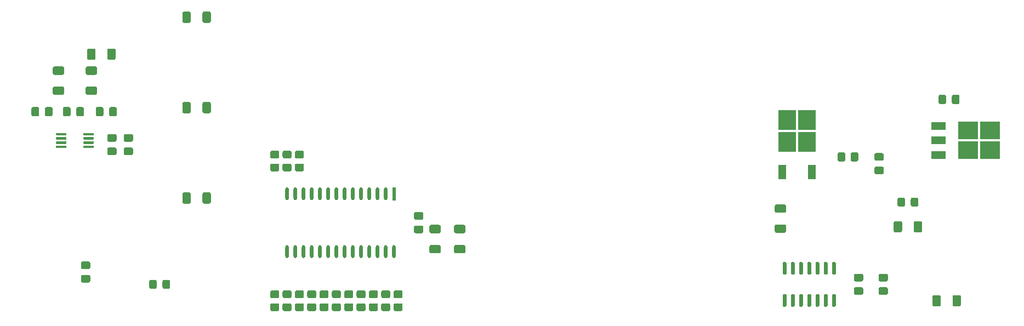
<source format=gbr>
%TF.GenerationSoftware,KiCad,Pcbnew,(5.1.9)-1*%
%TF.CreationDate,2021-09-06T15:07:46-04:00*%
%TF.ProjectId,PCB Heater,50434220-4865-4617-9465-722e6b696361,rev?*%
%TF.SameCoordinates,Original*%
%TF.FileFunction,Paste,Top*%
%TF.FilePolarity,Positive*%
%FSLAX46Y46*%
G04 Gerber Fmt 4.6, Leading zero omitted, Abs format (unit mm)*
G04 Created by KiCad (PCBNEW (5.1.9)-1) date 2021-09-06 15:07:46*
%MOMM*%
%LPD*%
G01*
G04 APERTURE LIST*
%ADD10R,2.750000X3.050000*%
%ADD11R,1.200000X2.200000*%
%ADD12R,0.541585X2.002791*%
%ADD13R,3.050000X2.750000*%
%ADD14R,2.200000X1.200000*%
G04 APERTURE END LIST*
%TO.C,U1*%
G36*
G01*
X178285000Y-95480000D02*
X178585000Y-95480000D01*
G75*
G02*
X178735000Y-95630000I0J-150000D01*
G01*
X178735000Y-97280000D01*
G75*
G02*
X178585000Y-97430000I-150000J0D01*
G01*
X178285000Y-97430000D01*
G75*
G02*
X178135000Y-97280000I0J150000D01*
G01*
X178135000Y-95630000D01*
G75*
G02*
X178285000Y-95480000I150000J0D01*
G01*
G37*
G36*
G01*
X177015000Y-95480000D02*
X177315000Y-95480000D01*
G75*
G02*
X177465000Y-95630000I0J-150000D01*
G01*
X177465000Y-97280000D01*
G75*
G02*
X177315000Y-97430000I-150000J0D01*
G01*
X177015000Y-97430000D01*
G75*
G02*
X176865000Y-97280000I0J150000D01*
G01*
X176865000Y-95630000D01*
G75*
G02*
X177015000Y-95480000I150000J0D01*
G01*
G37*
G36*
G01*
X175745000Y-95480000D02*
X176045000Y-95480000D01*
G75*
G02*
X176195000Y-95630000I0J-150000D01*
G01*
X176195000Y-97280000D01*
G75*
G02*
X176045000Y-97430000I-150000J0D01*
G01*
X175745000Y-97430000D01*
G75*
G02*
X175595000Y-97280000I0J150000D01*
G01*
X175595000Y-95630000D01*
G75*
G02*
X175745000Y-95480000I150000J0D01*
G01*
G37*
G36*
G01*
X174475000Y-95480000D02*
X174775000Y-95480000D01*
G75*
G02*
X174925000Y-95630000I0J-150000D01*
G01*
X174925000Y-97280000D01*
G75*
G02*
X174775000Y-97430000I-150000J0D01*
G01*
X174475000Y-97430000D01*
G75*
G02*
X174325000Y-97280000I0J150000D01*
G01*
X174325000Y-95630000D01*
G75*
G02*
X174475000Y-95480000I150000J0D01*
G01*
G37*
G36*
G01*
X173205000Y-95480000D02*
X173505000Y-95480000D01*
G75*
G02*
X173655000Y-95630000I0J-150000D01*
G01*
X173655000Y-97280000D01*
G75*
G02*
X173505000Y-97430000I-150000J0D01*
G01*
X173205000Y-97430000D01*
G75*
G02*
X173055000Y-97280000I0J150000D01*
G01*
X173055000Y-95630000D01*
G75*
G02*
X173205000Y-95480000I150000J0D01*
G01*
G37*
G36*
G01*
X171935000Y-95480000D02*
X172235000Y-95480000D01*
G75*
G02*
X172385000Y-95630000I0J-150000D01*
G01*
X172385000Y-97280000D01*
G75*
G02*
X172235000Y-97430000I-150000J0D01*
G01*
X171935000Y-97430000D01*
G75*
G02*
X171785000Y-97280000I0J150000D01*
G01*
X171785000Y-95630000D01*
G75*
G02*
X171935000Y-95480000I150000J0D01*
G01*
G37*
G36*
G01*
X170665000Y-95480000D02*
X170965000Y-95480000D01*
G75*
G02*
X171115000Y-95630000I0J-150000D01*
G01*
X171115000Y-97280000D01*
G75*
G02*
X170965000Y-97430000I-150000J0D01*
G01*
X170665000Y-97430000D01*
G75*
G02*
X170515000Y-97280000I0J150000D01*
G01*
X170515000Y-95630000D01*
G75*
G02*
X170665000Y-95480000I150000J0D01*
G01*
G37*
G36*
G01*
X170665000Y-90530000D02*
X170965000Y-90530000D01*
G75*
G02*
X171115000Y-90680000I0J-150000D01*
G01*
X171115000Y-92330000D01*
G75*
G02*
X170965000Y-92480000I-150000J0D01*
G01*
X170665000Y-92480000D01*
G75*
G02*
X170515000Y-92330000I0J150000D01*
G01*
X170515000Y-90680000D01*
G75*
G02*
X170665000Y-90530000I150000J0D01*
G01*
G37*
G36*
G01*
X171935000Y-90530000D02*
X172235000Y-90530000D01*
G75*
G02*
X172385000Y-90680000I0J-150000D01*
G01*
X172385000Y-92330000D01*
G75*
G02*
X172235000Y-92480000I-150000J0D01*
G01*
X171935000Y-92480000D01*
G75*
G02*
X171785000Y-92330000I0J150000D01*
G01*
X171785000Y-90680000D01*
G75*
G02*
X171935000Y-90530000I150000J0D01*
G01*
G37*
G36*
G01*
X173205000Y-90530000D02*
X173505000Y-90530000D01*
G75*
G02*
X173655000Y-90680000I0J-150000D01*
G01*
X173655000Y-92330000D01*
G75*
G02*
X173505000Y-92480000I-150000J0D01*
G01*
X173205000Y-92480000D01*
G75*
G02*
X173055000Y-92330000I0J150000D01*
G01*
X173055000Y-90680000D01*
G75*
G02*
X173205000Y-90530000I150000J0D01*
G01*
G37*
G36*
G01*
X174475000Y-90530000D02*
X174775000Y-90530000D01*
G75*
G02*
X174925000Y-90680000I0J-150000D01*
G01*
X174925000Y-92330000D01*
G75*
G02*
X174775000Y-92480000I-150000J0D01*
G01*
X174475000Y-92480000D01*
G75*
G02*
X174325000Y-92330000I0J150000D01*
G01*
X174325000Y-90680000D01*
G75*
G02*
X174475000Y-90530000I150000J0D01*
G01*
G37*
G36*
G01*
X175745000Y-90530000D02*
X176045000Y-90530000D01*
G75*
G02*
X176195000Y-90680000I0J-150000D01*
G01*
X176195000Y-92330000D01*
G75*
G02*
X176045000Y-92480000I-150000J0D01*
G01*
X175745000Y-92480000D01*
G75*
G02*
X175595000Y-92330000I0J150000D01*
G01*
X175595000Y-90680000D01*
G75*
G02*
X175745000Y-90530000I150000J0D01*
G01*
G37*
G36*
G01*
X177015000Y-90530000D02*
X177315000Y-90530000D01*
G75*
G02*
X177465000Y-90680000I0J-150000D01*
G01*
X177465000Y-92330000D01*
G75*
G02*
X177315000Y-92480000I-150000J0D01*
G01*
X177015000Y-92480000D01*
G75*
G02*
X176865000Y-92330000I0J150000D01*
G01*
X176865000Y-90680000D01*
G75*
G02*
X177015000Y-90530000I150000J0D01*
G01*
G37*
G36*
G01*
X178285000Y-90530000D02*
X178585000Y-90530000D01*
G75*
G02*
X178735000Y-90680000I0J-150000D01*
G01*
X178735000Y-92330000D01*
G75*
G02*
X178585000Y-92480000I-150000J0D01*
G01*
X178285000Y-92480000D01*
G75*
G02*
X178135000Y-92330000I0J150000D01*
G01*
X178135000Y-90680000D01*
G75*
G02*
X178285000Y-90530000I150000J0D01*
G01*
G37*
%TD*%
D10*
%TO.C,Q1*%
X174245000Y-71965000D03*
X171195000Y-68615000D03*
X171195000Y-71965000D03*
X174245000Y-68615000D03*
D11*
X175000000Y-76590000D03*
X170440000Y-76590000D03*
%TD*%
%TO.C,D3*%
G36*
G01*
X74745000Y-94430001D02*
X74745000Y-93529999D01*
G75*
G02*
X74994999Y-93280000I249999J0D01*
G01*
X75645001Y-93280000D01*
G75*
G02*
X75895000Y-93529999I0J-249999D01*
G01*
X75895000Y-94430001D01*
G75*
G02*
X75645001Y-94680000I-249999J0D01*
G01*
X74994999Y-94680000D01*
G75*
G02*
X74745000Y-94430001I0J249999D01*
G01*
G37*
G36*
G01*
X72695000Y-94430001D02*
X72695000Y-93529999D01*
G75*
G02*
X72944999Y-93280000I249999J0D01*
G01*
X73595001Y-93280000D01*
G75*
G02*
X73845000Y-93529999I0J-249999D01*
G01*
X73845000Y-94430001D01*
G75*
G02*
X73595001Y-94680000I-249999J0D01*
G01*
X72944999Y-94680000D01*
G75*
G02*
X72695000Y-94430001I0J249999D01*
G01*
G37*
%TD*%
%TO.C,R22*%
G36*
G01*
X95434999Y-75330000D02*
X96335001Y-75330000D01*
G75*
G02*
X96585000Y-75579999I0J-249999D01*
G01*
X96585000Y-76280001D01*
G75*
G02*
X96335001Y-76530000I-249999J0D01*
G01*
X95434999Y-76530000D01*
G75*
G02*
X95185000Y-76280001I0J249999D01*
G01*
X95185000Y-75579999D01*
G75*
G02*
X95434999Y-75330000I249999J0D01*
G01*
G37*
G36*
G01*
X95434999Y-73330000D02*
X96335001Y-73330000D01*
G75*
G02*
X96585000Y-73579999I0J-249999D01*
G01*
X96585000Y-74280001D01*
G75*
G02*
X96335001Y-74530000I-249999J0D01*
G01*
X95434999Y-74530000D01*
G75*
G02*
X95185000Y-74280001I0J249999D01*
G01*
X95185000Y-73579999D01*
G75*
G02*
X95434999Y-73330000I249999J0D01*
G01*
G37*
%TD*%
%TO.C,R21*%
G36*
G01*
X93529999Y-75330000D02*
X94430001Y-75330000D01*
G75*
G02*
X94680000Y-75579999I0J-249999D01*
G01*
X94680000Y-76280001D01*
G75*
G02*
X94430001Y-76530000I-249999J0D01*
G01*
X93529999Y-76530000D01*
G75*
G02*
X93280000Y-76280001I0J249999D01*
G01*
X93280000Y-75579999D01*
G75*
G02*
X93529999Y-75330000I249999J0D01*
G01*
G37*
G36*
G01*
X93529999Y-73330000D02*
X94430001Y-73330000D01*
G75*
G02*
X94680000Y-73579999I0J-249999D01*
G01*
X94680000Y-74280001D01*
G75*
G02*
X94430001Y-74530000I-249999J0D01*
G01*
X93529999Y-74530000D01*
G75*
G02*
X93280000Y-74280001I0J249999D01*
G01*
X93280000Y-73579999D01*
G75*
G02*
X93529999Y-73330000I249999J0D01*
G01*
G37*
%TD*%
%TO.C,R20*%
G36*
G01*
X91624999Y-75330000D02*
X92525001Y-75330000D01*
G75*
G02*
X92775000Y-75579999I0J-249999D01*
G01*
X92775000Y-76280001D01*
G75*
G02*
X92525001Y-76530000I-249999J0D01*
G01*
X91624999Y-76530000D01*
G75*
G02*
X91375000Y-76280001I0J249999D01*
G01*
X91375000Y-75579999D01*
G75*
G02*
X91624999Y-75330000I249999J0D01*
G01*
G37*
G36*
G01*
X91624999Y-73330000D02*
X92525001Y-73330000D01*
G75*
G02*
X92775000Y-73579999I0J-249999D01*
G01*
X92775000Y-74280001D01*
G75*
G02*
X92525001Y-74530000I-249999J0D01*
G01*
X91624999Y-74530000D01*
G75*
G02*
X91375000Y-74280001I0J249999D01*
G01*
X91375000Y-73579999D01*
G75*
G02*
X91624999Y-73330000I249999J0D01*
G01*
G37*
%TD*%
%TO.C,R19*%
G36*
G01*
X92525001Y-96120000D02*
X91624999Y-96120000D01*
G75*
G02*
X91375000Y-95870001I0J249999D01*
G01*
X91375000Y-95169999D01*
G75*
G02*
X91624999Y-94920000I249999J0D01*
G01*
X92525001Y-94920000D01*
G75*
G02*
X92775000Y-95169999I0J-249999D01*
G01*
X92775000Y-95870001D01*
G75*
G02*
X92525001Y-96120000I-249999J0D01*
G01*
G37*
G36*
G01*
X92525001Y-98120000D02*
X91624999Y-98120000D01*
G75*
G02*
X91375000Y-97870001I0J249999D01*
G01*
X91375000Y-97169999D01*
G75*
G02*
X91624999Y-96920000I249999J0D01*
G01*
X92525001Y-96920000D01*
G75*
G02*
X92775000Y-97169999I0J-249999D01*
G01*
X92775000Y-97870001D01*
G75*
G02*
X92525001Y-98120000I-249999J0D01*
G01*
G37*
%TD*%
%TO.C,R18*%
G36*
G01*
X94430001Y-96120000D02*
X93529999Y-96120000D01*
G75*
G02*
X93280000Y-95870001I0J249999D01*
G01*
X93280000Y-95169999D01*
G75*
G02*
X93529999Y-94920000I249999J0D01*
G01*
X94430001Y-94920000D01*
G75*
G02*
X94680000Y-95169999I0J-249999D01*
G01*
X94680000Y-95870001D01*
G75*
G02*
X94430001Y-96120000I-249999J0D01*
G01*
G37*
G36*
G01*
X94430001Y-98120000D02*
X93529999Y-98120000D01*
G75*
G02*
X93280000Y-97870001I0J249999D01*
G01*
X93280000Y-97169999D01*
G75*
G02*
X93529999Y-96920000I249999J0D01*
G01*
X94430001Y-96920000D01*
G75*
G02*
X94680000Y-97169999I0J-249999D01*
G01*
X94680000Y-97870001D01*
G75*
G02*
X94430001Y-98120000I-249999J0D01*
G01*
G37*
%TD*%
%TO.C,R17*%
G36*
G01*
X96335001Y-96120000D02*
X95434999Y-96120000D01*
G75*
G02*
X95185000Y-95870001I0J249999D01*
G01*
X95185000Y-95169999D01*
G75*
G02*
X95434999Y-94920000I249999J0D01*
G01*
X96335001Y-94920000D01*
G75*
G02*
X96585000Y-95169999I0J-249999D01*
G01*
X96585000Y-95870001D01*
G75*
G02*
X96335001Y-96120000I-249999J0D01*
G01*
G37*
G36*
G01*
X96335001Y-98120000D02*
X95434999Y-98120000D01*
G75*
G02*
X95185000Y-97870001I0J249999D01*
G01*
X95185000Y-97169999D01*
G75*
G02*
X95434999Y-96920000I249999J0D01*
G01*
X96335001Y-96920000D01*
G75*
G02*
X96585000Y-97169999I0J-249999D01*
G01*
X96585000Y-97870001D01*
G75*
G02*
X96335001Y-98120000I-249999J0D01*
G01*
G37*
%TD*%
%TO.C,R16*%
G36*
G01*
X98240001Y-96120000D02*
X97339999Y-96120000D01*
G75*
G02*
X97090000Y-95870001I0J249999D01*
G01*
X97090000Y-95169999D01*
G75*
G02*
X97339999Y-94920000I249999J0D01*
G01*
X98240001Y-94920000D01*
G75*
G02*
X98490000Y-95169999I0J-249999D01*
G01*
X98490000Y-95870001D01*
G75*
G02*
X98240001Y-96120000I-249999J0D01*
G01*
G37*
G36*
G01*
X98240001Y-98120000D02*
X97339999Y-98120000D01*
G75*
G02*
X97090000Y-97870001I0J249999D01*
G01*
X97090000Y-97169999D01*
G75*
G02*
X97339999Y-96920000I249999J0D01*
G01*
X98240001Y-96920000D01*
G75*
G02*
X98490000Y-97169999I0J-249999D01*
G01*
X98490000Y-97870001D01*
G75*
G02*
X98240001Y-98120000I-249999J0D01*
G01*
G37*
%TD*%
%TO.C,R15*%
G36*
G01*
X100145001Y-96120000D02*
X99244999Y-96120000D01*
G75*
G02*
X98995000Y-95870001I0J249999D01*
G01*
X98995000Y-95169999D01*
G75*
G02*
X99244999Y-94920000I249999J0D01*
G01*
X100145001Y-94920000D01*
G75*
G02*
X100395000Y-95169999I0J-249999D01*
G01*
X100395000Y-95870001D01*
G75*
G02*
X100145001Y-96120000I-249999J0D01*
G01*
G37*
G36*
G01*
X100145001Y-98120000D02*
X99244999Y-98120000D01*
G75*
G02*
X98995000Y-97870001I0J249999D01*
G01*
X98995000Y-97169999D01*
G75*
G02*
X99244999Y-96920000I249999J0D01*
G01*
X100145001Y-96920000D01*
G75*
G02*
X100395000Y-97169999I0J-249999D01*
G01*
X100395000Y-97870001D01*
G75*
G02*
X100145001Y-98120000I-249999J0D01*
G01*
G37*
%TD*%
%TO.C,R14*%
G36*
G01*
X102050001Y-96120000D02*
X101149999Y-96120000D01*
G75*
G02*
X100900000Y-95870001I0J249999D01*
G01*
X100900000Y-95169999D01*
G75*
G02*
X101149999Y-94920000I249999J0D01*
G01*
X102050001Y-94920000D01*
G75*
G02*
X102300000Y-95169999I0J-249999D01*
G01*
X102300000Y-95870001D01*
G75*
G02*
X102050001Y-96120000I-249999J0D01*
G01*
G37*
G36*
G01*
X102050001Y-98120000D02*
X101149999Y-98120000D01*
G75*
G02*
X100900000Y-97870001I0J249999D01*
G01*
X100900000Y-97169999D01*
G75*
G02*
X101149999Y-96920000I249999J0D01*
G01*
X102050001Y-96920000D01*
G75*
G02*
X102300000Y-97169999I0J-249999D01*
G01*
X102300000Y-97870001D01*
G75*
G02*
X102050001Y-98120000I-249999J0D01*
G01*
G37*
%TD*%
%TO.C,R13*%
G36*
G01*
X103955001Y-96120000D02*
X103054999Y-96120000D01*
G75*
G02*
X102805000Y-95870001I0J249999D01*
G01*
X102805000Y-95169999D01*
G75*
G02*
X103054999Y-94920000I249999J0D01*
G01*
X103955001Y-94920000D01*
G75*
G02*
X104205000Y-95169999I0J-249999D01*
G01*
X104205000Y-95870001D01*
G75*
G02*
X103955001Y-96120000I-249999J0D01*
G01*
G37*
G36*
G01*
X103955001Y-98120000D02*
X103054999Y-98120000D01*
G75*
G02*
X102805000Y-97870001I0J249999D01*
G01*
X102805000Y-97169999D01*
G75*
G02*
X103054999Y-96920000I249999J0D01*
G01*
X103955001Y-96920000D01*
G75*
G02*
X104205000Y-97169999I0J-249999D01*
G01*
X104205000Y-97870001D01*
G75*
G02*
X103955001Y-98120000I-249999J0D01*
G01*
G37*
%TD*%
%TO.C,R12*%
G36*
G01*
X105860001Y-96120000D02*
X104959999Y-96120000D01*
G75*
G02*
X104710000Y-95870001I0J249999D01*
G01*
X104710000Y-95169999D01*
G75*
G02*
X104959999Y-94920000I249999J0D01*
G01*
X105860001Y-94920000D01*
G75*
G02*
X106110000Y-95169999I0J-249999D01*
G01*
X106110000Y-95870001D01*
G75*
G02*
X105860001Y-96120000I-249999J0D01*
G01*
G37*
G36*
G01*
X105860001Y-98120000D02*
X104959999Y-98120000D01*
G75*
G02*
X104710000Y-97870001I0J249999D01*
G01*
X104710000Y-97169999D01*
G75*
G02*
X104959999Y-96920000I249999J0D01*
G01*
X105860001Y-96920000D01*
G75*
G02*
X106110000Y-97169999I0J-249999D01*
G01*
X106110000Y-97870001D01*
G75*
G02*
X105860001Y-98120000I-249999J0D01*
G01*
G37*
%TD*%
%TO.C,R11*%
G36*
G01*
X107765001Y-96120000D02*
X106864999Y-96120000D01*
G75*
G02*
X106615000Y-95870001I0J249999D01*
G01*
X106615000Y-95169999D01*
G75*
G02*
X106864999Y-94920000I249999J0D01*
G01*
X107765001Y-94920000D01*
G75*
G02*
X108015000Y-95169999I0J-249999D01*
G01*
X108015000Y-95870001D01*
G75*
G02*
X107765001Y-96120000I-249999J0D01*
G01*
G37*
G36*
G01*
X107765001Y-98120000D02*
X106864999Y-98120000D01*
G75*
G02*
X106615000Y-97870001I0J249999D01*
G01*
X106615000Y-97169999D01*
G75*
G02*
X106864999Y-96920000I249999J0D01*
G01*
X107765001Y-96920000D01*
G75*
G02*
X108015000Y-97169999I0J-249999D01*
G01*
X108015000Y-97870001D01*
G75*
G02*
X107765001Y-98120000I-249999J0D01*
G01*
G37*
%TD*%
%TO.C,R10*%
G36*
G01*
X109670001Y-96120000D02*
X108769999Y-96120000D01*
G75*
G02*
X108520000Y-95870001I0J249999D01*
G01*
X108520000Y-95169999D01*
G75*
G02*
X108769999Y-94920000I249999J0D01*
G01*
X109670001Y-94920000D01*
G75*
G02*
X109920000Y-95169999I0J-249999D01*
G01*
X109920000Y-95870001D01*
G75*
G02*
X109670001Y-96120000I-249999J0D01*
G01*
G37*
G36*
G01*
X109670001Y-98120000D02*
X108769999Y-98120000D01*
G75*
G02*
X108520000Y-97870001I0J249999D01*
G01*
X108520000Y-97169999D01*
G75*
G02*
X108769999Y-96920000I249999J0D01*
G01*
X109670001Y-96920000D01*
G75*
G02*
X109920000Y-97169999I0J-249999D01*
G01*
X109920000Y-97870001D01*
G75*
G02*
X109670001Y-98120000I-249999J0D01*
G01*
G37*
%TD*%
%TO.C,R9*%
G36*
G01*
X111575001Y-96120000D02*
X110674999Y-96120000D01*
G75*
G02*
X110425000Y-95870001I0J249999D01*
G01*
X110425000Y-95169999D01*
G75*
G02*
X110674999Y-94920000I249999J0D01*
G01*
X111575001Y-94920000D01*
G75*
G02*
X111825000Y-95169999I0J-249999D01*
G01*
X111825000Y-95870001D01*
G75*
G02*
X111575001Y-96120000I-249999J0D01*
G01*
G37*
G36*
G01*
X111575001Y-98120000D02*
X110674999Y-98120000D01*
G75*
G02*
X110425000Y-97870001I0J249999D01*
G01*
X110425000Y-97169999D01*
G75*
G02*
X110674999Y-96920000I249999J0D01*
G01*
X111575001Y-96920000D01*
G75*
G02*
X111825000Y-97169999I0J-249999D01*
G01*
X111825000Y-97870001D01*
G75*
G02*
X111575001Y-98120000I-249999J0D01*
G01*
G37*
%TD*%
%TO.C,U4*%
G36*
G01*
X110489999Y-87924098D02*
X110490001Y-87924098D01*
G75*
G02*
X110760792Y-88194889I0J-270791D01*
G01*
X110760792Y-89656097D01*
G75*
G02*
X110490001Y-89926888I-270791J0D01*
G01*
X110489999Y-89926888D01*
G75*
G02*
X110219208Y-89656097I0J270791D01*
G01*
X110219208Y-88194889D01*
G75*
G02*
X110489999Y-87924098I270791J0D01*
G01*
G37*
G36*
G01*
X109219999Y-87924098D02*
X109220001Y-87924098D01*
G75*
G02*
X109490792Y-88194889I0J-270791D01*
G01*
X109490792Y-89656097D01*
G75*
G02*
X109220001Y-89926888I-270791J0D01*
G01*
X109219999Y-89926888D01*
G75*
G02*
X108949208Y-89656097I0J270791D01*
G01*
X108949208Y-88194889D01*
G75*
G02*
X109219999Y-87924098I270791J0D01*
G01*
G37*
G36*
G01*
X107949999Y-87924098D02*
X107950001Y-87924098D01*
G75*
G02*
X108220792Y-88194889I0J-270791D01*
G01*
X108220792Y-89656097D01*
G75*
G02*
X107950001Y-89926888I-270791J0D01*
G01*
X107949999Y-89926888D01*
G75*
G02*
X107679208Y-89656097I0J270791D01*
G01*
X107679208Y-88194889D01*
G75*
G02*
X107949999Y-87924098I270791J0D01*
G01*
G37*
G36*
G01*
X106679999Y-87924098D02*
X106680001Y-87924098D01*
G75*
G02*
X106950792Y-88194889I0J-270791D01*
G01*
X106950792Y-89656097D01*
G75*
G02*
X106680001Y-89926888I-270791J0D01*
G01*
X106679999Y-89926888D01*
G75*
G02*
X106409208Y-89656097I0J270791D01*
G01*
X106409208Y-88194889D01*
G75*
G02*
X106679999Y-87924098I270791J0D01*
G01*
G37*
G36*
G01*
X105409999Y-87924098D02*
X105410001Y-87924098D01*
G75*
G02*
X105680792Y-88194889I0J-270791D01*
G01*
X105680792Y-89656097D01*
G75*
G02*
X105410001Y-89926888I-270791J0D01*
G01*
X105409999Y-89926888D01*
G75*
G02*
X105139208Y-89656097I0J270791D01*
G01*
X105139208Y-88194889D01*
G75*
G02*
X105409999Y-87924098I270791J0D01*
G01*
G37*
G36*
G01*
X104139999Y-87924098D02*
X104140001Y-87924098D01*
G75*
G02*
X104410792Y-88194889I0J-270791D01*
G01*
X104410792Y-89656097D01*
G75*
G02*
X104140001Y-89926888I-270791J0D01*
G01*
X104139999Y-89926888D01*
G75*
G02*
X103869208Y-89656097I0J270791D01*
G01*
X103869208Y-88194889D01*
G75*
G02*
X104139999Y-87924098I270791J0D01*
G01*
G37*
G36*
G01*
X102869999Y-87924098D02*
X102870001Y-87924098D01*
G75*
G02*
X103140792Y-88194889I0J-270791D01*
G01*
X103140792Y-89656097D01*
G75*
G02*
X102870001Y-89926888I-270791J0D01*
G01*
X102869999Y-89926888D01*
G75*
G02*
X102599208Y-89656097I0J270791D01*
G01*
X102599208Y-88194889D01*
G75*
G02*
X102869999Y-87924098I270791J0D01*
G01*
G37*
G36*
G01*
X101599998Y-87924098D02*
X101600000Y-87924098D01*
G75*
G02*
X101870791Y-88194889I0J-270791D01*
G01*
X101870791Y-89656097D01*
G75*
G02*
X101600000Y-89926888I-270791J0D01*
G01*
X101599998Y-89926888D01*
G75*
G02*
X101329207Y-89656097I0J270791D01*
G01*
X101329207Y-88194889D01*
G75*
G02*
X101599998Y-87924098I270791J0D01*
G01*
G37*
G36*
G01*
X100329998Y-87924098D02*
X100330000Y-87924098D01*
G75*
G02*
X100600791Y-88194889I0J-270791D01*
G01*
X100600791Y-89656097D01*
G75*
G02*
X100330000Y-89926888I-270791J0D01*
G01*
X100329998Y-89926888D01*
G75*
G02*
X100059207Y-89656097I0J270791D01*
G01*
X100059207Y-88194889D01*
G75*
G02*
X100329998Y-87924098I270791J0D01*
G01*
G37*
G36*
G01*
X99059998Y-87924098D02*
X99060000Y-87924098D01*
G75*
G02*
X99330791Y-88194889I0J-270791D01*
G01*
X99330791Y-89656097D01*
G75*
G02*
X99060000Y-89926888I-270791J0D01*
G01*
X99059998Y-89926888D01*
G75*
G02*
X98789207Y-89656097I0J270791D01*
G01*
X98789207Y-88194889D01*
G75*
G02*
X99059998Y-87924098I270791J0D01*
G01*
G37*
G36*
G01*
X97789998Y-87924098D02*
X97790000Y-87924098D01*
G75*
G02*
X98060791Y-88194889I0J-270791D01*
G01*
X98060791Y-89656097D01*
G75*
G02*
X97790000Y-89926888I-270791J0D01*
G01*
X97789998Y-89926888D01*
G75*
G02*
X97519207Y-89656097I0J270791D01*
G01*
X97519207Y-88194889D01*
G75*
G02*
X97789998Y-87924098I270791J0D01*
G01*
G37*
G36*
G01*
X96519998Y-87924098D02*
X96520000Y-87924098D01*
G75*
G02*
X96790791Y-88194889I0J-270791D01*
G01*
X96790791Y-89656097D01*
G75*
G02*
X96520000Y-89926888I-270791J0D01*
G01*
X96519998Y-89926888D01*
G75*
G02*
X96249207Y-89656097I0J270791D01*
G01*
X96249207Y-88194889D01*
G75*
G02*
X96519998Y-87924098I270791J0D01*
G01*
G37*
G36*
G01*
X95249998Y-87924098D02*
X95250000Y-87924098D01*
G75*
G02*
X95520791Y-88194889I0J-270791D01*
G01*
X95520791Y-89656097D01*
G75*
G02*
X95250000Y-89926888I-270791J0D01*
G01*
X95249998Y-89926888D01*
G75*
G02*
X94979207Y-89656097I0J270791D01*
G01*
X94979207Y-88194889D01*
G75*
G02*
X95249998Y-87924098I270791J0D01*
G01*
G37*
G36*
G01*
X93979999Y-87924098D02*
X93980001Y-87924098D01*
G75*
G02*
X94250792Y-88194889I0J-270791D01*
G01*
X94250792Y-89656097D01*
G75*
G02*
X93980001Y-89926888I-270791J0D01*
G01*
X93979999Y-89926888D01*
G75*
G02*
X93709208Y-89656097I0J270791D01*
G01*
X93709208Y-88194889D01*
G75*
G02*
X93979999Y-87924098I270791J0D01*
G01*
G37*
G36*
G01*
X93979999Y-78983113D02*
X93980001Y-78983113D01*
G75*
G02*
X94250792Y-79253904I0J-270791D01*
G01*
X94250792Y-80715112D01*
G75*
G02*
X93980001Y-80985903I-270791J0D01*
G01*
X93979999Y-80985903D01*
G75*
G02*
X93709208Y-80715112I0J270791D01*
G01*
X93709208Y-79253904D01*
G75*
G02*
X93979999Y-78983113I270791J0D01*
G01*
G37*
G36*
G01*
X95249998Y-78983113D02*
X95250000Y-78983113D01*
G75*
G02*
X95520791Y-79253904I0J-270791D01*
G01*
X95520791Y-80715112D01*
G75*
G02*
X95250000Y-80985903I-270791J0D01*
G01*
X95249998Y-80985903D01*
G75*
G02*
X94979207Y-80715112I0J270791D01*
G01*
X94979207Y-79253904D01*
G75*
G02*
X95249998Y-78983113I270791J0D01*
G01*
G37*
G36*
G01*
X96519998Y-78983113D02*
X96520000Y-78983113D01*
G75*
G02*
X96790791Y-79253904I0J-270791D01*
G01*
X96790791Y-80715112D01*
G75*
G02*
X96520000Y-80985903I-270791J0D01*
G01*
X96519998Y-80985903D01*
G75*
G02*
X96249207Y-80715112I0J270791D01*
G01*
X96249207Y-79253904D01*
G75*
G02*
X96519998Y-78983113I270791J0D01*
G01*
G37*
G36*
G01*
X97789998Y-78983113D02*
X97790000Y-78983113D01*
G75*
G02*
X98060791Y-79253904I0J-270791D01*
G01*
X98060791Y-80715112D01*
G75*
G02*
X97790000Y-80985903I-270791J0D01*
G01*
X97789998Y-80985903D01*
G75*
G02*
X97519207Y-80715112I0J270791D01*
G01*
X97519207Y-79253904D01*
G75*
G02*
X97789998Y-78983113I270791J0D01*
G01*
G37*
G36*
G01*
X99059998Y-78983113D02*
X99060000Y-78983113D01*
G75*
G02*
X99330791Y-79253904I0J-270791D01*
G01*
X99330791Y-80715112D01*
G75*
G02*
X99060000Y-80985903I-270791J0D01*
G01*
X99059998Y-80985903D01*
G75*
G02*
X98789207Y-80715112I0J270791D01*
G01*
X98789207Y-79253904D01*
G75*
G02*
X99059998Y-78983113I270791J0D01*
G01*
G37*
G36*
G01*
X100329998Y-78983113D02*
X100330000Y-78983113D01*
G75*
G02*
X100600791Y-79253904I0J-270791D01*
G01*
X100600791Y-80715112D01*
G75*
G02*
X100330000Y-80985903I-270791J0D01*
G01*
X100329998Y-80985903D01*
G75*
G02*
X100059207Y-80715112I0J270791D01*
G01*
X100059207Y-79253904D01*
G75*
G02*
X100329998Y-78983113I270791J0D01*
G01*
G37*
G36*
G01*
X101599998Y-78983113D02*
X101600000Y-78983113D01*
G75*
G02*
X101870791Y-79253904I0J-270791D01*
G01*
X101870791Y-80715112D01*
G75*
G02*
X101600000Y-80985903I-270791J0D01*
G01*
X101599998Y-80985903D01*
G75*
G02*
X101329207Y-80715112I0J270791D01*
G01*
X101329207Y-79253904D01*
G75*
G02*
X101599998Y-78983113I270791J0D01*
G01*
G37*
G36*
G01*
X102869999Y-78983113D02*
X102870001Y-78983113D01*
G75*
G02*
X103140792Y-79253904I0J-270791D01*
G01*
X103140792Y-80715112D01*
G75*
G02*
X102870001Y-80985903I-270791J0D01*
G01*
X102869999Y-80985903D01*
G75*
G02*
X102599208Y-80715112I0J270791D01*
G01*
X102599208Y-79253904D01*
G75*
G02*
X102869999Y-78983113I270791J0D01*
G01*
G37*
G36*
G01*
X104139999Y-78983113D02*
X104140001Y-78983113D01*
G75*
G02*
X104410792Y-79253904I0J-270791D01*
G01*
X104410792Y-80715112D01*
G75*
G02*
X104140001Y-80985903I-270791J0D01*
G01*
X104139999Y-80985903D01*
G75*
G02*
X103869208Y-80715112I0J270791D01*
G01*
X103869208Y-79253904D01*
G75*
G02*
X104139999Y-78983113I270791J0D01*
G01*
G37*
G36*
G01*
X105409999Y-78983113D02*
X105410001Y-78983113D01*
G75*
G02*
X105680792Y-79253904I0J-270791D01*
G01*
X105680792Y-80715112D01*
G75*
G02*
X105410001Y-80985903I-270791J0D01*
G01*
X105409999Y-80985903D01*
G75*
G02*
X105139208Y-80715112I0J270791D01*
G01*
X105139208Y-79253904D01*
G75*
G02*
X105409999Y-78983113I270791J0D01*
G01*
G37*
G36*
G01*
X106679999Y-78983113D02*
X106680001Y-78983113D01*
G75*
G02*
X106950792Y-79253904I0J-270791D01*
G01*
X106950792Y-80715112D01*
G75*
G02*
X106680001Y-80985903I-270791J0D01*
G01*
X106679999Y-80985903D01*
G75*
G02*
X106409208Y-80715112I0J270791D01*
G01*
X106409208Y-79253904D01*
G75*
G02*
X106679999Y-78983113I270791J0D01*
G01*
G37*
G36*
G01*
X107949999Y-78983113D02*
X107950001Y-78983113D01*
G75*
G02*
X108220792Y-79253904I0J-270791D01*
G01*
X108220792Y-80715112D01*
G75*
G02*
X107950001Y-80985903I-270791J0D01*
G01*
X107949999Y-80985903D01*
G75*
G02*
X107679208Y-80715112I0J270791D01*
G01*
X107679208Y-79253904D01*
G75*
G02*
X107949999Y-78983113I270791J0D01*
G01*
G37*
G36*
G01*
X109219999Y-78983113D02*
X109220001Y-78983113D01*
G75*
G02*
X109490792Y-79253904I0J-270791D01*
G01*
X109490792Y-80715112D01*
G75*
G02*
X109220001Y-80985903I-270791J0D01*
G01*
X109219999Y-80985903D01*
G75*
G02*
X108949208Y-80715112I0J270791D01*
G01*
X108949208Y-79253904D01*
G75*
G02*
X109219999Y-78983113I270791J0D01*
G01*
G37*
D12*
X110490000Y-79984508D03*
%TD*%
%TO.C,U3*%
G36*
G01*
X62514000Y-70880000D02*
X62514000Y-70680000D01*
G75*
G02*
X62614000Y-70580000I100000J0D01*
G01*
X64039000Y-70580000D01*
G75*
G02*
X64139000Y-70680000I0J-100000D01*
G01*
X64139000Y-70880000D01*
G75*
G02*
X64039000Y-70980000I-100000J0D01*
G01*
X62614000Y-70980000D01*
G75*
G02*
X62514000Y-70880000I0J100000D01*
G01*
G37*
G36*
G01*
X62514000Y-71530000D02*
X62514000Y-71330000D01*
G75*
G02*
X62614000Y-71230000I100000J0D01*
G01*
X64039000Y-71230000D01*
G75*
G02*
X64139000Y-71330000I0J-100000D01*
G01*
X64139000Y-71530000D01*
G75*
G02*
X64039000Y-71630000I-100000J0D01*
G01*
X62614000Y-71630000D01*
G75*
G02*
X62514000Y-71530000I0J100000D01*
G01*
G37*
G36*
G01*
X62514000Y-72180000D02*
X62514000Y-71980000D01*
G75*
G02*
X62614000Y-71880000I100000J0D01*
G01*
X64039000Y-71880000D01*
G75*
G02*
X64139000Y-71980000I0J-100000D01*
G01*
X64139000Y-72180000D01*
G75*
G02*
X64039000Y-72280000I-100000J0D01*
G01*
X62614000Y-72280000D01*
G75*
G02*
X62514000Y-72180000I0J100000D01*
G01*
G37*
G36*
G01*
X62514000Y-72830000D02*
X62514000Y-72630000D01*
G75*
G02*
X62614000Y-72530000I100000J0D01*
G01*
X64039000Y-72530000D01*
G75*
G02*
X64139000Y-72630000I0J-100000D01*
G01*
X64139000Y-72830000D01*
G75*
G02*
X64039000Y-72930000I-100000J0D01*
G01*
X62614000Y-72930000D01*
G75*
G02*
X62514000Y-72830000I0J100000D01*
G01*
G37*
G36*
G01*
X58289000Y-72830000D02*
X58289000Y-72630000D01*
G75*
G02*
X58389000Y-72530000I100000J0D01*
G01*
X59814000Y-72530000D01*
G75*
G02*
X59914000Y-72630000I0J-100000D01*
G01*
X59914000Y-72830000D01*
G75*
G02*
X59814000Y-72930000I-100000J0D01*
G01*
X58389000Y-72930000D01*
G75*
G02*
X58289000Y-72830000I0J100000D01*
G01*
G37*
G36*
G01*
X58289000Y-72180000D02*
X58289000Y-71980000D01*
G75*
G02*
X58389000Y-71880000I100000J0D01*
G01*
X59814000Y-71880000D01*
G75*
G02*
X59914000Y-71980000I0J-100000D01*
G01*
X59914000Y-72180000D01*
G75*
G02*
X59814000Y-72280000I-100000J0D01*
G01*
X58389000Y-72280000D01*
G75*
G02*
X58289000Y-72180000I0J100000D01*
G01*
G37*
G36*
G01*
X58289000Y-71530000D02*
X58289000Y-71330000D01*
G75*
G02*
X58389000Y-71230000I100000J0D01*
G01*
X59814000Y-71230000D01*
G75*
G02*
X59914000Y-71330000I0J-100000D01*
G01*
X59914000Y-71530000D01*
G75*
G02*
X59814000Y-71630000I-100000J0D01*
G01*
X58389000Y-71630000D01*
G75*
G02*
X58289000Y-71530000I0J100000D01*
G01*
G37*
G36*
G01*
X58289000Y-70880000D02*
X58289000Y-70680000D01*
G75*
G02*
X58389000Y-70580000I100000J0D01*
G01*
X59814000Y-70580000D01*
G75*
G02*
X59914000Y-70680000I0J-100000D01*
G01*
X59914000Y-70880000D01*
G75*
G02*
X59814000Y-70980000I-100000J0D01*
G01*
X58389000Y-70980000D01*
G75*
G02*
X58289000Y-70880000I0J100000D01*
G01*
G37*
%TD*%
D13*
%TO.C,U2*%
X199180000Y-73280000D03*
X202530000Y-70230000D03*
X199180000Y-70230000D03*
X202530000Y-73280000D03*
D14*
X194555000Y-74035000D03*
X194555000Y-71755000D03*
X194555000Y-69475000D03*
%TD*%
%TO.C,R30*%
G36*
G01*
X80910000Y-81270001D02*
X80910000Y-80019999D01*
G75*
G02*
X81159999Y-79770000I249999J0D01*
G01*
X81960001Y-79770000D01*
G75*
G02*
X82210000Y-80019999I0J-249999D01*
G01*
X82210000Y-81270001D01*
G75*
G02*
X81960001Y-81520000I-249999J0D01*
G01*
X81159999Y-81520000D01*
G75*
G02*
X80910000Y-81270001I0J249999D01*
G01*
G37*
G36*
G01*
X77810000Y-81270001D02*
X77810000Y-80019999D01*
G75*
G02*
X78059999Y-79770000I249999J0D01*
G01*
X78860001Y-79770000D01*
G75*
G02*
X79110000Y-80019999I0J-249999D01*
G01*
X79110000Y-81270001D01*
G75*
G02*
X78860001Y-81520000I-249999J0D01*
G01*
X78059999Y-81520000D01*
G75*
G02*
X77810000Y-81270001I0J249999D01*
G01*
G37*
%TD*%
%TO.C,R29*%
G36*
G01*
X80910000Y-67300001D02*
X80910000Y-66049999D01*
G75*
G02*
X81159999Y-65800000I249999J0D01*
G01*
X81960001Y-65800000D01*
G75*
G02*
X82210000Y-66049999I0J-249999D01*
G01*
X82210000Y-67300001D01*
G75*
G02*
X81960001Y-67550000I-249999J0D01*
G01*
X81159999Y-67550000D01*
G75*
G02*
X80910000Y-67300001I0J249999D01*
G01*
G37*
G36*
G01*
X77810000Y-67300001D02*
X77810000Y-66049999D01*
G75*
G02*
X78059999Y-65800000I249999J0D01*
G01*
X78860001Y-65800000D01*
G75*
G02*
X79110000Y-66049999I0J-249999D01*
G01*
X79110000Y-67300001D01*
G75*
G02*
X78860001Y-67550000I-249999J0D01*
G01*
X78059999Y-67550000D01*
G75*
G02*
X77810000Y-67300001I0J249999D01*
G01*
G37*
%TD*%
%TO.C,R28*%
G36*
G01*
X80910000Y-53330001D02*
X80910000Y-52079999D01*
G75*
G02*
X81159999Y-51830000I249999J0D01*
G01*
X81960001Y-51830000D01*
G75*
G02*
X82210000Y-52079999I0J-249999D01*
G01*
X82210000Y-53330001D01*
G75*
G02*
X81960001Y-53580000I-249999J0D01*
G01*
X81159999Y-53580000D01*
G75*
G02*
X80910000Y-53330001I0J249999D01*
G01*
G37*
G36*
G01*
X77810000Y-53330001D02*
X77810000Y-52079999D01*
G75*
G02*
X78059999Y-51830000I249999J0D01*
G01*
X78860001Y-51830000D01*
G75*
G02*
X79110000Y-52079999I0J-249999D01*
G01*
X79110000Y-53330001D01*
G75*
G02*
X78860001Y-53580000I-249999J0D01*
G01*
X78059999Y-53580000D01*
G75*
G02*
X77810000Y-53330001I0J249999D01*
G01*
G37*
%TD*%
%TO.C,R8*%
G36*
G01*
X120024999Y-87895000D02*
X121275001Y-87895000D01*
G75*
G02*
X121525000Y-88144999I0J-249999D01*
G01*
X121525000Y-88945001D01*
G75*
G02*
X121275001Y-89195000I-249999J0D01*
G01*
X120024999Y-89195000D01*
G75*
G02*
X119775000Y-88945001I0J249999D01*
G01*
X119775000Y-88144999D01*
G75*
G02*
X120024999Y-87895000I249999J0D01*
G01*
G37*
G36*
G01*
X120024999Y-84795000D02*
X121275001Y-84795000D01*
G75*
G02*
X121525000Y-85044999I0J-249999D01*
G01*
X121525000Y-85845001D01*
G75*
G02*
X121275001Y-86095000I-249999J0D01*
G01*
X120024999Y-86095000D01*
G75*
G02*
X119775000Y-85845001I0J249999D01*
G01*
X119775000Y-85044999D01*
G75*
G02*
X120024999Y-84795000I249999J0D01*
G01*
G37*
%TD*%
%TO.C,R7*%
G36*
G01*
X116214999Y-87895000D02*
X117465001Y-87895000D01*
G75*
G02*
X117715000Y-88144999I0J-249999D01*
G01*
X117715000Y-88945001D01*
G75*
G02*
X117465001Y-89195000I-249999J0D01*
G01*
X116214999Y-89195000D01*
G75*
G02*
X115965000Y-88945001I0J249999D01*
G01*
X115965000Y-88144999D01*
G75*
G02*
X116214999Y-87895000I249999J0D01*
G01*
G37*
G36*
G01*
X116214999Y-84795000D02*
X117465001Y-84795000D01*
G75*
G02*
X117715000Y-85044999I0J-249999D01*
G01*
X117715000Y-85845001D01*
G75*
G02*
X117465001Y-86095000I-249999J0D01*
G01*
X116214999Y-86095000D01*
G75*
G02*
X115965000Y-85845001I0J249999D01*
G01*
X115965000Y-85044999D01*
G75*
G02*
X116214999Y-84795000I249999J0D01*
G01*
G37*
%TD*%
%TO.C,R6*%
G36*
G01*
X188965000Y-84464999D02*
X188965000Y-85715001D01*
G75*
G02*
X188715001Y-85965000I-249999J0D01*
G01*
X187914999Y-85965000D01*
G75*
G02*
X187665000Y-85715001I0J249999D01*
G01*
X187665000Y-84464999D01*
G75*
G02*
X187914999Y-84215000I249999J0D01*
G01*
X188715001Y-84215000D01*
G75*
G02*
X188965000Y-84464999I0J-249999D01*
G01*
G37*
G36*
G01*
X192065000Y-84464999D02*
X192065000Y-85715001D01*
G75*
G02*
X191815001Y-85965000I-249999J0D01*
G01*
X191014999Y-85965000D01*
G75*
G02*
X190765000Y-85715001I0J249999D01*
G01*
X190765000Y-84464999D01*
G75*
G02*
X191014999Y-84215000I249999J0D01*
G01*
X191815001Y-84215000D01*
G75*
G02*
X192065000Y-84464999I0J-249999D01*
G01*
G37*
%TD*%
%TO.C,R5*%
G36*
G01*
X196760000Y-97145001D02*
X196760000Y-95894999D01*
G75*
G02*
X197009999Y-95645000I249999J0D01*
G01*
X197810001Y-95645000D01*
G75*
G02*
X198060000Y-95894999I0J-249999D01*
G01*
X198060000Y-97145001D01*
G75*
G02*
X197810001Y-97395000I-249999J0D01*
G01*
X197009999Y-97395000D01*
G75*
G02*
X196760000Y-97145001I0J249999D01*
G01*
G37*
G36*
G01*
X193660000Y-97145001D02*
X193660000Y-95894999D01*
G75*
G02*
X193909999Y-95645000I249999J0D01*
G01*
X194710001Y-95645000D01*
G75*
G02*
X194960000Y-95894999I0J-249999D01*
G01*
X194960000Y-97145001D01*
G75*
G02*
X194710001Y-97395000I-249999J0D01*
G01*
X193909999Y-97395000D01*
G75*
G02*
X193660000Y-97145001I0J249999D01*
G01*
G37*
%TD*%
%TO.C,R4*%
G36*
G01*
X64379001Y-61610000D02*
X63128999Y-61610000D01*
G75*
G02*
X62879000Y-61360001I0J249999D01*
G01*
X62879000Y-60559999D01*
G75*
G02*
X63128999Y-60310000I249999J0D01*
G01*
X64379001Y-60310000D01*
G75*
G02*
X64629000Y-60559999I0J-249999D01*
G01*
X64629000Y-61360001D01*
G75*
G02*
X64379001Y-61610000I-249999J0D01*
G01*
G37*
G36*
G01*
X64379001Y-64710000D02*
X63128999Y-64710000D01*
G75*
G02*
X62879000Y-64460001I0J249999D01*
G01*
X62879000Y-63659999D01*
G75*
G02*
X63128999Y-63410000I249999J0D01*
G01*
X64379001Y-63410000D01*
G75*
G02*
X64629000Y-63659999I0J-249999D01*
G01*
X64629000Y-64460001D01*
G75*
G02*
X64379001Y-64710000I-249999J0D01*
G01*
G37*
%TD*%
%TO.C,R3*%
G36*
G01*
X59299001Y-61610000D02*
X58048999Y-61610000D01*
G75*
G02*
X57799000Y-61360001I0J249999D01*
G01*
X57799000Y-60559999D01*
G75*
G02*
X58048999Y-60310000I249999J0D01*
G01*
X59299001Y-60310000D01*
G75*
G02*
X59549000Y-60559999I0J-249999D01*
G01*
X59549000Y-61360001D01*
G75*
G02*
X59299001Y-61610000I-249999J0D01*
G01*
G37*
G36*
G01*
X59299001Y-64710000D02*
X58048999Y-64710000D01*
G75*
G02*
X57799000Y-64460001I0J249999D01*
G01*
X57799000Y-63659999D01*
G75*
G02*
X58048999Y-63410000I249999J0D01*
G01*
X59299001Y-63410000D01*
G75*
G02*
X59549000Y-63659999I0J-249999D01*
G01*
X59549000Y-64460001D01*
G75*
G02*
X59299001Y-64710000I-249999J0D01*
G01*
G37*
%TD*%
%TO.C,R2*%
G36*
G01*
X66204000Y-59045001D02*
X66204000Y-57794999D01*
G75*
G02*
X66453999Y-57545000I249999J0D01*
G01*
X67254001Y-57545000D01*
G75*
G02*
X67504000Y-57794999I0J-249999D01*
G01*
X67504000Y-59045001D01*
G75*
G02*
X67254001Y-59295000I-249999J0D01*
G01*
X66453999Y-59295000D01*
G75*
G02*
X66204000Y-59045001I0J249999D01*
G01*
G37*
G36*
G01*
X63104000Y-59045001D02*
X63104000Y-57794999D01*
G75*
G02*
X63353999Y-57545000I249999J0D01*
G01*
X64154001Y-57545000D01*
G75*
G02*
X64404000Y-57794999I0J-249999D01*
G01*
X64404000Y-59045001D01*
G75*
G02*
X64154001Y-59295000I-249999J0D01*
G01*
X63353999Y-59295000D01*
G75*
G02*
X63104000Y-59045001I0J249999D01*
G01*
G37*
%TD*%
%TO.C,R1*%
G36*
G01*
X169554999Y-84720000D02*
X170805001Y-84720000D01*
G75*
G02*
X171055000Y-84969999I0J-249999D01*
G01*
X171055000Y-85770001D01*
G75*
G02*
X170805001Y-86020000I-249999J0D01*
G01*
X169554999Y-86020000D01*
G75*
G02*
X169305000Y-85770001I0J249999D01*
G01*
X169305000Y-84969999D01*
G75*
G02*
X169554999Y-84720000I249999J0D01*
G01*
G37*
G36*
G01*
X169554999Y-81620000D02*
X170805001Y-81620000D01*
G75*
G02*
X171055000Y-81869999I0J-249999D01*
G01*
X171055000Y-82670001D01*
G75*
G02*
X170805001Y-82920000I-249999J0D01*
G01*
X169554999Y-82920000D01*
G75*
G02*
X169305000Y-82670001I0J249999D01*
G01*
X169305000Y-81869999D01*
G75*
G02*
X169554999Y-81620000I249999J0D01*
G01*
G37*
%TD*%
%TO.C,FB1*%
G36*
G01*
X181010000Y-74745001D02*
X181010000Y-73844999D01*
G75*
G02*
X181259999Y-73595000I249999J0D01*
G01*
X181960001Y-73595000D01*
G75*
G02*
X182210000Y-73844999I0J-249999D01*
G01*
X182210000Y-74745001D01*
G75*
G02*
X181960001Y-74995000I-249999J0D01*
G01*
X181259999Y-74995000D01*
G75*
G02*
X181010000Y-74745001I0J249999D01*
G01*
G37*
G36*
G01*
X179010000Y-74745001D02*
X179010000Y-73844999D01*
G75*
G02*
X179259999Y-73595000I249999J0D01*
G01*
X179960001Y-73595000D01*
G75*
G02*
X180210000Y-73844999I0J-249999D01*
G01*
X180210000Y-74745001D01*
G75*
G02*
X179960001Y-74995000I-249999J0D01*
G01*
X179259999Y-74995000D01*
G75*
G02*
X179010000Y-74745001I0J249999D01*
G01*
G37*
%TD*%
%TO.C,D1*%
G36*
G01*
X190315000Y-81730001D02*
X190315000Y-80829999D01*
G75*
G02*
X190564999Y-80580000I249999J0D01*
G01*
X191215001Y-80580000D01*
G75*
G02*
X191465000Y-80829999I0J-249999D01*
G01*
X191465000Y-81730001D01*
G75*
G02*
X191215001Y-81980000I-249999J0D01*
G01*
X190564999Y-81980000D01*
G75*
G02*
X190315000Y-81730001I0J249999D01*
G01*
G37*
G36*
G01*
X188265000Y-81730001D02*
X188265000Y-80829999D01*
G75*
G02*
X188514999Y-80580000I249999J0D01*
G01*
X189165001Y-80580000D01*
G75*
G02*
X189415000Y-80829999I0J-249999D01*
G01*
X189415000Y-81730001D01*
G75*
G02*
X189165001Y-81980000I-249999J0D01*
G01*
X188514999Y-81980000D01*
G75*
G02*
X188265000Y-81730001I0J249999D01*
G01*
G37*
%TD*%
%TO.C,C12*%
G36*
G01*
X62390000Y-92525000D02*
X63340000Y-92525000D01*
G75*
G02*
X63590000Y-92775000I0J-250000D01*
G01*
X63590000Y-93450000D01*
G75*
G02*
X63340000Y-93700000I-250000J0D01*
G01*
X62390000Y-93700000D01*
G75*
G02*
X62140000Y-93450000I0J250000D01*
G01*
X62140000Y-92775000D01*
G75*
G02*
X62390000Y-92525000I250000J0D01*
G01*
G37*
G36*
G01*
X62390000Y-90450000D02*
X63340000Y-90450000D01*
G75*
G02*
X63590000Y-90700000I0J-250000D01*
G01*
X63590000Y-91375000D01*
G75*
G02*
X63340000Y-91625000I-250000J0D01*
G01*
X62390000Y-91625000D01*
G75*
G02*
X62140000Y-91375000I0J250000D01*
G01*
X62140000Y-90700000D01*
G75*
G02*
X62390000Y-90450000I250000J0D01*
G01*
G37*
%TD*%
%TO.C,C11*%
G36*
G01*
X114775000Y-84005000D02*
X113825000Y-84005000D01*
G75*
G02*
X113575000Y-83755000I0J250000D01*
G01*
X113575000Y-83080000D01*
G75*
G02*
X113825000Y-82830000I250000J0D01*
G01*
X114775000Y-82830000D01*
G75*
G02*
X115025000Y-83080000I0J-250000D01*
G01*
X115025000Y-83755000D01*
G75*
G02*
X114775000Y-84005000I-250000J0D01*
G01*
G37*
G36*
G01*
X114775000Y-86080000D02*
X113825000Y-86080000D01*
G75*
G02*
X113575000Y-85830000I0J250000D01*
G01*
X113575000Y-85155000D01*
G75*
G02*
X113825000Y-84905000I250000J0D01*
G01*
X114775000Y-84905000D01*
G75*
G02*
X115025000Y-85155000I0J-250000D01*
G01*
X115025000Y-85830000D01*
G75*
G02*
X114775000Y-86080000I-250000J0D01*
G01*
G37*
%TD*%
%TO.C,C10*%
G36*
G01*
X66511500Y-67785000D02*
X66511500Y-66835000D01*
G75*
G02*
X66761500Y-66585000I250000J0D01*
G01*
X67436500Y-66585000D01*
G75*
G02*
X67686500Y-66835000I0J-250000D01*
G01*
X67686500Y-67785000D01*
G75*
G02*
X67436500Y-68035000I-250000J0D01*
G01*
X66761500Y-68035000D01*
G75*
G02*
X66511500Y-67785000I0J250000D01*
G01*
G37*
G36*
G01*
X64436500Y-67785000D02*
X64436500Y-66835000D01*
G75*
G02*
X64686500Y-66585000I250000J0D01*
G01*
X65361500Y-66585000D01*
G75*
G02*
X65611500Y-66835000I0J-250000D01*
G01*
X65611500Y-67785000D01*
G75*
G02*
X65361500Y-68035000I-250000J0D01*
G01*
X64686500Y-68035000D01*
G75*
G02*
X64436500Y-67785000I0J250000D01*
G01*
G37*
%TD*%
%TO.C,C9*%
G36*
G01*
X61431500Y-67785000D02*
X61431500Y-66835000D01*
G75*
G02*
X61681500Y-66585000I250000J0D01*
G01*
X62356500Y-66585000D01*
G75*
G02*
X62606500Y-66835000I0J-250000D01*
G01*
X62606500Y-67785000D01*
G75*
G02*
X62356500Y-68035000I-250000J0D01*
G01*
X61681500Y-68035000D01*
G75*
G02*
X61431500Y-67785000I0J250000D01*
G01*
G37*
G36*
G01*
X59356500Y-67785000D02*
X59356500Y-66835000D01*
G75*
G02*
X59606500Y-66585000I250000J0D01*
G01*
X60281500Y-66585000D01*
G75*
G02*
X60531500Y-66835000I0J-250000D01*
G01*
X60531500Y-67785000D01*
G75*
G02*
X60281500Y-68035000I-250000J0D01*
G01*
X59606500Y-68035000D01*
G75*
G02*
X59356500Y-67785000I0J250000D01*
G01*
G37*
%TD*%
%TO.C,C8*%
G36*
G01*
X56584000Y-67785000D02*
X56584000Y-66835000D01*
G75*
G02*
X56834000Y-66585000I250000J0D01*
G01*
X57509000Y-66585000D01*
G75*
G02*
X57759000Y-66835000I0J-250000D01*
G01*
X57759000Y-67785000D01*
G75*
G02*
X57509000Y-68035000I-250000J0D01*
G01*
X56834000Y-68035000D01*
G75*
G02*
X56584000Y-67785000I0J250000D01*
G01*
G37*
G36*
G01*
X54509000Y-67785000D02*
X54509000Y-66835000D01*
G75*
G02*
X54759000Y-66585000I250000J0D01*
G01*
X55434000Y-66585000D01*
G75*
G02*
X55684000Y-66835000I0J-250000D01*
G01*
X55684000Y-67785000D01*
G75*
G02*
X55434000Y-68035000I-250000J0D01*
G01*
X54759000Y-68035000D01*
G75*
G02*
X54509000Y-67785000I0J250000D01*
G01*
G37*
%TD*%
%TO.C,C7*%
G36*
G01*
X68994000Y-72840000D02*
X69944000Y-72840000D01*
G75*
G02*
X70194000Y-73090000I0J-250000D01*
G01*
X70194000Y-73765000D01*
G75*
G02*
X69944000Y-74015000I-250000J0D01*
G01*
X68994000Y-74015000D01*
G75*
G02*
X68744000Y-73765000I0J250000D01*
G01*
X68744000Y-73090000D01*
G75*
G02*
X68994000Y-72840000I250000J0D01*
G01*
G37*
G36*
G01*
X68994000Y-70765000D02*
X69944000Y-70765000D01*
G75*
G02*
X70194000Y-71015000I0J-250000D01*
G01*
X70194000Y-71690000D01*
G75*
G02*
X69944000Y-71940000I-250000J0D01*
G01*
X68994000Y-71940000D01*
G75*
G02*
X68744000Y-71690000I0J250000D01*
G01*
X68744000Y-71015000D01*
G75*
G02*
X68994000Y-70765000I250000J0D01*
G01*
G37*
%TD*%
%TO.C,C6*%
G36*
G01*
X66454000Y-72840000D02*
X67404000Y-72840000D01*
G75*
G02*
X67654000Y-73090000I0J-250000D01*
G01*
X67654000Y-73765000D01*
G75*
G02*
X67404000Y-74015000I-250000J0D01*
G01*
X66454000Y-74015000D01*
G75*
G02*
X66204000Y-73765000I0J250000D01*
G01*
X66204000Y-73090000D01*
G75*
G02*
X66454000Y-72840000I250000J0D01*
G01*
G37*
G36*
G01*
X66454000Y-70765000D02*
X67404000Y-70765000D01*
G75*
G02*
X67654000Y-71015000I0J-250000D01*
G01*
X67654000Y-71690000D01*
G75*
G02*
X67404000Y-71940000I-250000J0D01*
G01*
X66454000Y-71940000D01*
G75*
G02*
X66204000Y-71690000I0J250000D01*
G01*
X66204000Y-71015000D01*
G75*
G02*
X66454000Y-70765000I250000J0D01*
G01*
G37*
%TD*%
%TO.C,C4*%
G36*
G01*
X184945000Y-75782500D02*
X185895000Y-75782500D01*
G75*
G02*
X186145000Y-76032500I0J-250000D01*
G01*
X186145000Y-76707500D01*
G75*
G02*
X185895000Y-76957500I-250000J0D01*
G01*
X184945000Y-76957500D01*
G75*
G02*
X184695000Y-76707500I0J250000D01*
G01*
X184695000Y-76032500D01*
G75*
G02*
X184945000Y-75782500I250000J0D01*
G01*
G37*
G36*
G01*
X184945000Y-73707500D02*
X185895000Y-73707500D01*
G75*
G02*
X186145000Y-73957500I0J-250000D01*
G01*
X186145000Y-74632500D01*
G75*
G02*
X185895000Y-74882500I-250000J0D01*
G01*
X184945000Y-74882500D01*
G75*
G02*
X184695000Y-74632500I0J250000D01*
G01*
X184695000Y-73957500D01*
G75*
G02*
X184945000Y-73707500I250000J0D01*
G01*
G37*
%TD*%
%TO.C,C3*%
G36*
G01*
X196665000Y-65880000D02*
X196665000Y-64930000D01*
G75*
G02*
X196915000Y-64680000I250000J0D01*
G01*
X197590000Y-64680000D01*
G75*
G02*
X197840000Y-64930000I0J-250000D01*
G01*
X197840000Y-65880000D01*
G75*
G02*
X197590000Y-66130000I-250000J0D01*
G01*
X196915000Y-66130000D01*
G75*
G02*
X196665000Y-65880000I0J250000D01*
G01*
G37*
G36*
G01*
X194590000Y-65880000D02*
X194590000Y-64930000D01*
G75*
G02*
X194840000Y-64680000I250000J0D01*
G01*
X195515000Y-64680000D01*
G75*
G02*
X195765000Y-64930000I0J-250000D01*
G01*
X195765000Y-65880000D01*
G75*
G02*
X195515000Y-66130000I-250000J0D01*
G01*
X194840000Y-66130000D01*
G75*
G02*
X194590000Y-65880000I0J250000D01*
G01*
G37*
%TD*%
%TO.C,C2*%
G36*
G01*
X185580000Y-94430000D02*
X186530000Y-94430000D01*
G75*
G02*
X186780000Y-94680000I0J-250000D01*
G01*
X186780000Y-95355000D01*
G75*
G02*
X186530000Y-95605000I-250000J0D01*
G01*
X185580000Y-95605000D01*
G75*
G02*
X185330000Y-95355000I0J250000D01*
G01*
X185330000Y-94680000D01*
G75*
G02*
X185580000Y-94430000I250000J0D01*
G01*
G37*
G36*
G01*
X185580000Y-92355000D02*
X186530000Y-92355000D01*
G75*
G02*
X186780000Y-92605000I0J-250000D01*
G01*
X186780000Y-93280000D01*
G75*
G02*
X186530000Y-93530000I-250000J0D01*
G01*
X185580000Y-93530000D01*
G75*
G02*
X185330000Y-93280000I0J250000D01*
G01*
X185330000Y-92605000D01*
G75*
G02*
X185580000Y-92355000I250000J0D01*
G01*
G37*
%TD*%
%TO.C,C1*%
G36*
G01*
X181770000Y-94430000D02*
X182720000Y-94430000D01*
G75*
G02*
X182970000Y-94680000I0J-250000D01*
G01*
X182970000Y-95355000D01*
G75*
G02*
X182720000Y-95605000I-250000J0D01*
G01*
X181770000Y-95605000D01*
G75*
G02*
X181520000Y-95355000I0J250000D01*
G01*
X181520000Y-94680000D01*
G75*
G02*
X181770000Y-94430000I250000J0D01*
G01*
G37*
G36*
G01*
X181770000Y-92355000D02*
X182720000Y-92355000D01*
G75*
G02*
X182970000Y-92605000I0J-250000D01*
G01*
X182970000Y-93280000D01*
G75*
G02*
X182720000Y-93530000I-250000J0D01*
G01*
X181770000Y-93530000D01*
G75*
G02*
X181520000Y-93280000I0J250000D01*
G01*
X181520000Y-92605000D01*
G75*
G02*
X181770000Y-92355000I250000J0D01*
G01*
G37*
%TD*%
M02*

</source>
